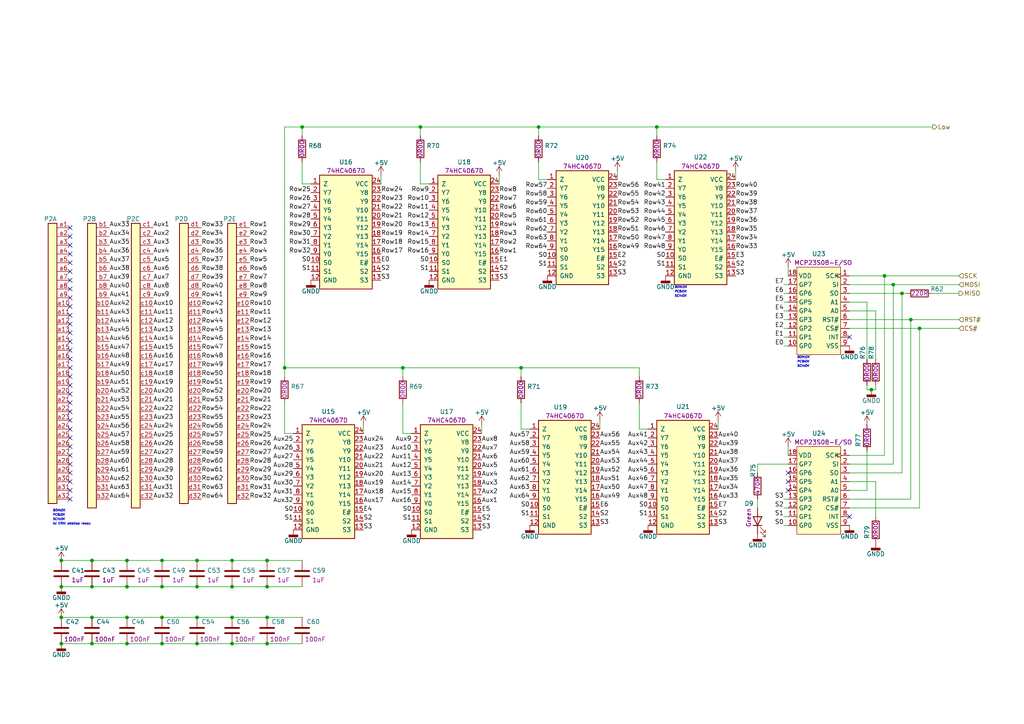
<source format=kicad_sch>
(kicad_sch (version 20211123) (generator eeschema)
  (paper "A4")
  (title_block (date "2022-03-07") (rev "V00") (company "Konvolúció Bt") (comment 1 "email: marrob50hz@gmail.com") (comment 2 "Tel: +36702776723") (comment 3 "https://github.com/marrob") (comment 4 "Support: "))
  (junction (at 46.99 186.69))
  (junction (at 190.5 36.83))
  (junction (at 26.67 186.69))
  (junction (at 156.21 36.83))
  (junction (at 67.31 186.69))
  (junction (at 46.99 170.18))
  (junction (at 67.31 170.18))
  (junction (at 252.73 113.03))
  (junction (at 77.47 179.07))
  (junction (at 67.31 179.07))
  (junction (at 36.83 170.18))
  (junction (at 266.7 95.25))
  (junction (at 26.67 170.18))
  (junction (at 17.78 186.69))
  (junction (at 256.54 80.01))
  (junction (at 26.67 162.56))
  (junction (at 46.99 179.07))
  (junction (at 77.47 170.18))
  (junction (at 36.83 186.69))
  (junction (at 26.67 179.07))
  (junction (at 116.84 106.68))
  (junction (at 77.47 162.56))
  (junction (at 151.13 106.68))
  (junction (at 87.63 36.83))
  (junction (at 82.55 106.68))
  (junction (at 36.83 162.56))
  (junction (at 121.92 36.83))
  (junction (at 57.15 162.56))
  (junction (at 57.15 186.69))
  (junction (at 261.62 85.09))
  (junction (at 17.78 170.18))
  (junction (at 77.47 186.69))
  (junction (at 259.08 82.55))
  (junction (at 46.99 162.56))
  (junction (at 57.15 179.07))
  (junction (at 67.31 162.56))
  (junction (at 36.83 179.07))
  (junction (at 17.78 179.07))
  (junction (at 17.78 162.56))
  (junction (at 57.15 170.18))
  (junction (at 264.16 92.71))
  (no_connect (at 20.32 116.84))
  (no_connect (at 20.32 119.38))
  (no_connect (at 20.32 121.92))
  (no_connect (at 20.32 124.46))
  (no_connect (at 20.32 139.7))
  (no_connect (at 20.32 144.78))
  (no_connect (at 20.32 142.24))
  (no_connect (at 20.32 137.16))
  (no_connect (at 20.32 127))
  (no_connect (at 20.32 129.54))
  (no_connect (at 20.32 132.08))
  (no_connect (at 20.32 134.62))
  (no_connect (at 20.32 66.04))
  (no_connect (at 20.32 68.58))
  (no_connect (at 20.32 71.12))
  (no_connect (at 20.32 73.66))
  (no_connect (at 20.32 76.2))
  (no_connect (at 20.32 78.74))
  (no_connect (at 20.32 81.28))
  (no_connect (at 20.32 83.82))
  (no_connect (at 20.32 86.36))
  (no_connect (at 20.32 88.9))
  (no_connect (at 20.32 91.44))
  (no_connect (at 20.32 93.98))
  (no_connect (at 20.32 96.52))
  (no_connect (at 20.32 99.06))
  (no_connect (at 20.32 101.6))
  (no_connect (at 20.32 104.14))
  (no_connect (at 20.32 106.68))
  (no_connect (at 20.32 109.22))
  (no_connect (at 20.32 111.76))
  (no_connect (at 20.32 114.3))
  (no_connect (at 246.38 97.79))
  (no_connect (at 246.38 149.86))
  (no_connect (at 228.6 139.7))
  (no_connect (at 228.6 142.24))
  (no_connect (at 228.6 137.16))
  (wire (pts (xy 151.13 124.46) (xy 151.13 116.84)))
  (wire (pts (xy 139.7 123.19) (xy 139.7 125.73)))
  (wire (pts (xy 46.99 186.69) (xy 57.15 186.69)))
  (wire (pts (xy 156.21 36.83) (xy 156.21 39.37)))
  (wire (pts (xy 26.67 170.18) (xy 36.83 170.18)))
  (wire (pts (xy 57.15 170.18) (xy 67.31 170.18)))
  (wire (pts (xy 124.46 53.34) (xy 121.92 53.34)))
  (wire (pts (xy 246.38 87.63) (xy 251.46 87.63)))
  (wire (pts (xy 87.63 36.83) (xy 121.92 36.83)))
  (wire (pts (xy 227.33 90.17) (xy 228.6 90.17)))
  (wire (pts (xy 228.6 129.54) (xy 228.6 132.08)))
  (wire (pts (xy 227.33 82.55) (xy 228.6 82.55)))
  (wire (pts (xy 254 113.03) (xy 254 111.76)))
  (wire (pts (xy 227.33 85.09) (xy 228.6 85.09)))
  (wire (pts (xy 158.75 52.07) (xy 156.21 52.07)))
  (wire (pts (xy 213.36 49.53) (xy 213.36 52.07)))
  (wire (pts (xy 227.33 149.86) (xy 228.6 149.86)))
  (wire (pts (xy 266.7 95.25) (xy 266.7 147.32)))
  (wire (pts (xy 190.5 46.99) (xy 190.5 52.07)))
  (wire (pts (xy 153.67 124.46) (xy 151.13 124.46)))
  (wire (pts (xy 17.78 179.07) (xy 26.67 179.07)))
  (wire (pts (xy 261.62 85.09) (xy 262.89 85.09)))
  (wire (pts (xy 246.38 82.55) (xy 259.08 82.55)))
  (wire (pts (xy 261.62 137.16) (xy 261.62 85.09)))
  (wire (pts (xy 26.67 186.69) (xy 36.83 186.69)))
  (wire (pts (xy 185.42 106.68) (xy 185.42 109.22)))
  (wire (pts (xy 251.46 87.63) (xy 251.46 104.14)))
  (wire (pts (xy 256.54 80.01) (xy 278.13 80.01)))
  (wire (pts (xy 121.92 36.83) (xy 156.21 36.83)))
  (wire (pts (xy 227.33 92.71) (xy 228.6 92.71)))
  (wire (pts (xy 259.08 82.55) (xy 259.08 134.62)))
  (wire (pts (xy 26.67 179.07) (xy 36.83 179.07)))
  (wire (pts (xy 254 139.7) (xy 254 149.86)))
  (wire (pts (xy 87.63 53.34) (xy 90.17 53.34)))
  (wire (pts (xy 246.38 132.08) (xy 256.54 132.08)))
  (wire (pts (xy 87.63 46.99) (xy 87.63 53.34)))
  (wire (pts (xy 246.38 142.24) (xy 251.46 142.24)))
  (wire (pts (xy 251.46 130.81) (xy 251.46 142.24)))
  (wire (pts (xy 256.54 132.08) (xy 256.54 80.01)))
  (wire (pts (xy 246.38 147.32) (xy 266.7 147.32)))
  (wire (pts (xy 246.38 92.71) (xy 264.16 92.71)))
  (wire (pts (xy 17.78 162.56) (xy 26.67 162.56)))
  (wire (pts (xy 82.55 125.73) (xy 85.09 125.73)))
  (wire (pts (xy 227.33 147.32) (xy 228.6 147.32)))
  (wire (pts (xy 252.73 113.03) (xy 251.46 113.03)))
  (wire (pts (xy 17.78 170.18) (xy 26.67 170.18)))
  (wire (pts (xy 228.6 134.62) (xy 219.71 134.62)))
  (wire (pts (xy 270.51 85.09) (xy 278.13 85.09)))
  (wire (pts (xy 185.42 116.84) (xy 185.42 124.46)))
  (wire (pts (xy 246.38 85.09) (xy 261.62 85.09)))
  (wire (pts (xy 190.5 36.83) (xy 190.5 39.37)))
  (wire (pts (xy 227.33 87.63) (xy 228.6 87.63)))
  (wire (pts (xy 36.83 170.18) (xy 46.99 170.18)))
  (wire (pts (xy 246.38 137.16) (xy 261.62 137.16)))
  (wire (pts (xy 119.38 125.73) (xy 116.84 125.73)))
  (wire (pts (xy 105.41 123.19) (xy 105.41 125.73)))
  (wire (pts (xy 46.99 170.18) (xy 57.15 170.18)))
  (wire (pts (xy 57.15 186.69) (xy 67.31 186.69)))
  (wire (pts (xy 227.33 95.25) (xy 228.6 95.25)))
  (wire (pts (xy 82.55 36.83) (xy 87.63 36.83)))
  (wire (pts (xy 264.16 92.71) (xy 264.16 144.78)))
  (wire (pts (xy 77.47 162.56) (xy 87.63 162.56)))
  (wire (pts (xy 264.16 92.71) (xy 278.13 92.71)))
  (wire (pts (xy 67.31 170.18) (xy 77.47 170.18)))
  (wire (pts (xy 77.47 170.18) (xy 87.63 170.18)))
  (wire (pts (xy 67.31 186.69) (xy 77.47 186.69)))
  (wire (pts (xy 82.55 109.22) (xy 82.55 106.68)))
  (wire (pts (xy 190.5 36.83) (xy 270.51 36.83)))
  (wire (pts (xy 259.08 82.55) (xy 278.13 82.55)))
  (wire (pts (xy 246.38 90.17) (xy 254 90.17)))
  (wire (pts (xy 173.99 121.92) (xy 173.99 124.46)))
  (wire (pts (xy 227.33 152.4) (xy 228.6 152.4)))
  (wire (pts (xy 82.55 106.68) (xy 82.55 36.83)))
  (wire (pts (xy 116.84 106.68) (xy 151.13 106.68)))
  (wire (pts (xy 246.38 95.25) (xy 266.7 95.25)))
  (wire (pts (xy 116.84 116.84) (xy 116.84 125.73)))
  (wire (pts (xy 227.33 97.79) (xy 228.6 97.79)))
  (wire (pts (xy 264.16 144.78) (xy 246.38 144.78)))
  (wire (pts (xy 179.07 49.53) (xy 179.07 52.07)))
  (wire (pts (xy 246.38 80.01) (xy 256.54 80.01)))
  (wire (pts (xy 17.78 186.69) (xy 26.67 186.69)))
  (wire (pts (xy 121.92 36.83) (xy 121.92 39.37)))
  (wire (pts (xy 36.83 186.69) (xy 46.99 186.69)))
  (wire (pts (xy 190.5 52.07) (xy 193.04 52.07)))
  (wire (pts (xy 110.49 50.8) (xy 110.49 53.34)))
  (wire (pts (xy 219.71 144.78) (xy 219.71 147.32)))
  (wire (pts (xy 151.13 106.68) (xy 185.42 106.68)))
  (wire (pts (xy 46.99 162.56) (xy 57.15 162.56)))
  (wire (pts (xy 116.84 106.68) (xy 116.84 109.22)))
  (wire (pts (xy 82.55 116.84) (xy 82.55 125.73)))
  (wire (pts (xy 36.83 162.56) (xy 46.99 162.56)))
  (wire (pts (xy 36.83 179.07) (xy 46.99 179.07)))
  (wire (pts (xy 77.47 179.07) (xy 87.63 179.07)))
  (wire (pts (xy 144.78 50.8) (xy 144.78 53.34)))
  (wire (pts (xy 82.55 106.68) (xy 116.84 106.68)))
  (wire (pts (xy 57.15 162.56) (xy 67.31 162.56)))
  (wire (pts (xy 266.7 95.25) (xy 278.13 95.25)))
  (wire (pts (xy 151.13 106.68) (xy 151.13 109.22)))
  (wire (pts (xy 87.63 39.37) (xy 87.63 36.83)))
  (wire (pts (xy 227.33 100.33) (xy 228.6 100.33)))
  (wire (pts (xy 67.31 162.56) (xy 77.47 162.56)))
  (wire (pts (xy 259.08 134.62) (xy 246.38 134.62)))
  (wire (pts (xy 227.33 144.78) (xy 228.6 144.78)))
  (wire (pts (xy 185.42 124.46) (xy 187.96 124.46)))
  (wire (pts (xy 67.31 179.07) (xy 77.47 179.07)))
  (wire (pts (xy 46.99 179.07) (xy 57.15 179.07)))
  (wire (pts (xy 251.46 113.03) (xy 251.46 111.76)))
  (wire (pts (xy 77.47 186.69) (xy 87.63 186.69)))
  (wire (pts (xy 121.92 46.99) (xy 121.92 53.34)))
  (wire (pts (xy 246.38 139.7) (xy 254 139.7)))
  (wire (pts (xy 219.71 134.62) (xy 219.71 137.16)))
  (wire (pts (xy 26.67 162.56) (xy 36.83 162.56)))
  (wire (pts (xy 254 113.03) (xy 252.73 113.03)))
  (wire (pts (xy 208.28 121.92) (xy 208.28 124.46)))
  (wire (pts (xy 228.6 77.47) (xy 228.6 80.01)))
  (wire (pts (xy 57.15 179.07) (xy 67.31 179.07)))
  (wire (pts (xy 254 90.17) (xy 254 104.14)))
  (wire (pts (xy 156.21 36.83) (xy 190.5 36.83)))
  (wire (pts (xy 156.21 52.07) (xy 156.21 46.99)))
  (text "BOM:OK" (at 231.14 104.14 0) (effects (font (size 0.635 0.635) italic) (justify left bottom)))
  (text "SCH:OK" (at 195.58 86.36 0) (effects (font (size 0.635 0.635) italic) (justify left bottom)))
  (text "BOM:OK" (at 195.58 83.82 0) (effects (font (size 0.635 0.635) italic) (justify left bottom)))
  (text "SCH:OK" (at 15.24 151.13 0) (effects (font (size 0.635 0.635) italic) (justify left bottom)))
  (text "PCB:OK" (at 15.24 149.86 0) (effects (font (size 0.635 0.635) italic) (justify left bottom)))
  (text "SCH:OK" (at 231.14 106.68 0) (effects (font (size 0.635 0.635) italic) (justify left bottom)))
  (text "PCB:OK" (at 195.58 85.09 0) (effects (font (size 0.635 0.635) italic) (justify left bottom)))
  (text "Az ERNI adatlap rossz." (at 15.24 152.4 0) (effects (font (size 0.635 0.635) italic) (justify left bottom)))
  (text "BOM:OK" (at 15.24 148.59 0) (effects (font (size 0.635 0.635) italic) (justify left bottom)))
  (text "PCB:OK" (at 231.14 105.41 0) (effects (font (size 0.635 0.635) italic) (justify left bottom)))
  (label "Aux61" (at 153.67 137.16 180))
  (label "Row41" (at 58.42 86.36 0))
  (label "Aux40" (at 208.28 127 0))
  (label "Row47" (at 58.42 101.6 0))
  (label "S0" (at 119.38 148.59 180))
  (label "Aux5" (at 44.45 76.2 0))
  (label "Aux23" (at 44.45 121.92 0))
  (label "Row30" (at 72.39 139.7 0))
  (label "Row50" (at 58.42 109.22 0))
  (label "S0" (at 158.75 74.93 180))
  (label "Row30" (at 90.17 68.58 180))
  (label "Aux10" (at 119.38 130.81 180))
  (label "Aux26" (at 85.09 130.81 180))
  (label "S0" (at 227.33 152.4 180))
  (label "Row24" (at 72.39 124.46 0))
  (label "Aux34" (at 31.75 68.58 0))
  (label "Row53" (at 58.42 116.84 0))
  (label "Row35" (at 58.42 71.12 0))
  (label "Row1" (at 72.39 66.04 0))
  (label "Aux6" (at 44.45 78.74 0))
  (label "Row39" (at 213.36 57.15 0))
  (label "S0" (at 193.04 74.93 180))
  (label "E4" (at 227.33 90.17 180))
  (label "S1" (at 85.09 151.13 180))
  (label "Row33" (at 213.36 72.39 0))
  (label "Row42" (at 193.04 57.15 180))
  (label "Aux25" (at 44.45 127 0))
  (label "Row38" (at 213.36 59.69 0))
  (label "S2" (at 213.36 77.47 0))
  (label "Aux34" (at 208.28 142.24 0))
  (label "Row43" (at 193.04 59.69 180))
  (label "Row11" (at 124.46 60.96 180))
  (label "Row21" (at 110.49 63.5 0))
  (label "Row11" (at 72.39 91.44 0))
  (label "S2" (at 144.78 78.74 0))
  (label "Aux36" (at 208.28 137.16 0))
  (label "Aux41" (at 187.96 127 180))
  (label "Aux51" (at 173.99 139.7 0))
  (label "Row33" (at 58.42 66.04 0))
  (label "Aux58" (at 153.67 129.54 180))
  (label "Aux58" (at 31.75 129.54 0))
  (label "Row56" (at 58.42 124.46 0))
  (label "Row52" (at 179.07 64.77 0))
  (label "Aux42" (at 187.96 129.54 180))
  (label "Aux52" (at 31.75 114.3 0))
  (label "Aux12" (at 44.45 93.98 0))
  (label "Aux45" (at 187.96 137.16 180))
  (label "Aux59" (at 153.67 132.08 180))
  (label "S3" (at 139.7 153.67 0))
  (label "Row6" (at 72.39 78.74 0))
  (label "Row5" (at 144.78 63.5 0))
  (label "Aux19" (at 44.45 111.76 0))
  (label "Row60" (at 58.42 134.62 0))
  (label "Aux18" (at 105.41 143.51 0))
  (label "S0" (at 85.09 148.59 180))
  (label "Row17" (at 72.39 106.68 0))
  (label "Row12" (at 124.46 63.5 180))
  (label "Row10" (at 124.46 58.42 180))
  (label "Aux63" (at 31.75 142.24 0))
  (label "Row7" (at 72.39 81.28 0))
  (label "Row31" (at 72.39 142.24 0))
  (label "E7" (at 208.28 147.32 0))
  (label "Row22" (at 72.39 119.38 0))
  (label "Aux14" (at 119.38 140.97 180))
  (label "Aux47" (at 187.96 142.24 180))
  (label "Row44" (at 58.42 93.98 0))
  (label "Aux55" (at 173.99 129.54 0))
  (label "Row6" (at 144.78 60.96 0))
  (label "Row39" (at 58.42 81.28 0))
  (label "Aux37" (at 208.28 134.62 0))
  (label "Aux62" (at 31.75 139.7 0))
  (label "Aux54" (at 173.99 132.08 0))
  (label "Aux38" (at 208.28 132.08 0))
  (label "Row64" (at 58.42 144.78 0))
  (label "Aux1" (at 139.7 146.05 0))
  (label "Row36" (at 213.36 64.77 0))
  (label "Aux15" (at 44.45 101.6 0))
  (label "Aux4" (at 139.7 138.43 0))
  (label "Aux56" (at 173.99 127 0))
  (label "Row4" (at 144.78 66.04 0))
  (label "Aux50" (at 31.75 109.22 0))
  (label "Row34" (at 213.36 69.85 0))
  (label "Aux29" (at 44.45 137.16 0))
  (label "E3" (at 213.36 74.93 0))
  (label "Aux46" (at 187.96 139.7 180))
  (label "E1" (at 227.33 97.79 180))
  (label "Row44" (at 193.04 62.23 180))
  (label "Row40" (at 58.42 83.82 0))
  (label "S2" (at 139.7 151.13 0))
  (label "Row59" (at 58.42 132.08 0))
  (label "Aux41" (at 31.75 86.36 0))
  (label "Aux1" (at 44.45 66.04 0))
  (label "Aux39" (at 31.75 81.28 0))
  (label "S1" (at 193.04 77.47 180))
  (label "Aux27" (at 44.45 132.08 0))
  (label "Row20" (at 72.39 114.3 0))
  (label "Aux7" (at 44.45 81.28 0))
  (label "Aux44" (at 187.96 134.62 180))
  (label "Aux28" (at 85.09 135.89 180))
  (label "Aux23" (at 105.41 130.81 0))
  (label "Aux33" (at 31.75 66.04 0))
  (label "Aux31" (at 85.09 143.51 180))
  (label "Row29" (at 90.17 66.04 180))
  (label "Row26" (at 90.17 58.42 180))
  (label "Aux57" (at 153.67 127 180))
  (label "Aux55" (at 31.75 121.92 0))
  (label "S3" (at 105.41 153.67 0))
  (label "Row27" (at 72.39 132.08 0))
  (label "S2" (at 110.49 78.74 0))
  (label "Aux37" (at 31.75 76.2 0))
  (label "Row19" (at 72.39 111.76 0))
  (label "Row31" (at 90.17 71.12 180))
  (label "Aux15" (at 119.38 143.51 180))
  (label "S1" (at 227.33 149.86 180))
  (label "Row63" (at 158.75 69.85 180))
  (label "Aux54" (at 31.75 119.38 0))
  (label "Row60" (at 158.75 62.23 180))
  (label "Row46" (at 193.04 67.31 180))
  (label "Row21" (at 72.39 116.84 0))
  (label "E3" (at 227.33 92.71 180))
  (label "Aux4" (at 44.45 73.66 0))
  (label "Row16" (at 72.39 104.14 0))
  (label "Aux17" (at 105.41 146.05 0))
  (label "Aux51" (at 31.75 111.76 0))
  (label "Row54" (at 179.07 59.69 0))
  (label "Aux42" (at 31.75 88.9 0))
  (label "Row7" (at 144.78 58.42 0))
  (label "S1" (at 124.46 78.74 180))
  (label "Row16" (at 124.46 73.66 180))
  (label "Aux60" (at 31.75 134.62 0))
  (label "Aux24" (at 105.41 128.27 0))
  (label "S3" (at 144.78 81.28 0))
  (label "Aux2" (at 44.45 68.58 0))
  (label "S1" (at 119.38 151.13 180))
  (label "Row29" (at 72.39 137.16 0))
  (label "Aux64" (at 31.75 144.78 0))
  (label "E2" (at 227.33 95.25 180))
  (label "Aux47" (at 31.75 101.6 0))
  (label "Row14" (at 124.46 68.58 180))
  (label "Row35" (at 213.36 67.31 0))
  (label "Aux64" (at 153.67 144.78 180))
  (label "Row45" (at 193.04 64.77 180))
  (label "Aux6" (at 139.7 133.35 0))
  (label "Aux43" (at 31.75 91.44 0))
  (label "S0" (at 187.96 147.32 180))
  (label "Row40" (at 213.36 54.61 0))
  (label "Aux16" (at 44.45 104.14 0))
  (label "Aux40" (at 31.75 83.82 0))
  (label "Row2" (at 72.39 68.58 0))
  (label "Aux24" (at 44.45 124.46 0))
  (label "Row49" (at 58.42 106.68 0))
  (label "Aux52" (at 173.99 137.16 0))
  (label "Row52" (at 58.42 114.3 0))
  (label "S1" (at 158.75 77.47 180))
  (label "Aux35" (at 208.28 139.7 0))
  (label "Aux32" (at 44.45 144.78 0))
  (label "Row57" (at 58.42 127 0))
  (label "Aux26" (at 44.45 129.54 0))
  (label "Row28" (at 72.39 134.62 0))
  (label "Aux50" (at 173.99 142.24 0))
  (label "Aux63" (at 153.67 142.24 180))
  (label "Row61" (at 58.42 137.16 0))
  (label "Aux48" (at 187.96 144.78 180))
  (label "Aux13" (at 44.45 96.52 0))
  (label "Row43" (at 58.42 91.44 0))
  (label "Row61" (at 158.75 64.77 180))
  (label "Row50" (at 179.07 69.85 0))
  (label "Aux48" (at 31.75 104.14 0))
  (label "Row23" (at 110.49 58.42 0))
  (label "Row37" (at 213.36 62.23 0))
  (label "Row38" (at 58.42 78.74 0))
  (label "S0" (at 90.17 76.2 180))
  (label "Aux16" (at 119.38 146.05 180))
  (label "Aux33" (at 208.28 144.78 0))
  (label "Aux53" (at 173.99 134.62 0))
  (label "E5" (at 227.33 87.63 180))
  (label "Aux30" (at 85.09 140.97 180))
  (label "Row13" (at 124.46 66.04 180))
  (label "Row41" (at 193.04 54.61 180))
  (label "Aux21" (at 44.45 116.84 0))
  (label "Row15" (at 72.39 101.6 0))
  (label "Aux18" (at 44.45 109.22 0))
  (label "Aux22" (at 105.41 133.35 0))
  (label "Row45" (at 58.42 96.52 0))
  (label "Aux22" (at 44.45 119.38 0))
  (label "Aux39" (at 208.28 129.54 0))
  (label "Aux30" (at 44.45 139.7 0))
  (label "Row27" (at 90.17 60.96 180))
  (label "Aux20" (at 105.41 138.43 0))
  (label "E0" (at 110.49 76.2 0))
  (label "Aux62" (at 153.67 139.7 180))
  (label "Row13" (at 72.39 96.52 0))
  (label "Aux28" (at 44.45 134.62 0))
  (label "Row32" (at 90.17 73.66 180))
  (label "Aux9" (at 44.45 86.36 0))
  (label "E4" (at 105.41 148.59 0))
  (label "Row32" (at 72.39 144.78 0))
  (label "Row15" (at 124.46 71.12 180))
  (label "Aux10" (at 44.45 88.9 0))
  (label "Row20" (at 110.49 66.04 0))
  (label "Aux25" (at 85.09 128.27 180))
  (label "Row9" (at 72.39 86.36 0))
  (label "Aux57" (at 31.75 127 0))
  (label "Row12" (at 72.39 93.98 0))
  (label "Row51" (at 58.42 111.76 0))
  (label "Aux2" (at 139.7 143.51 0))
  (label "E0" (at 227.33 100.33 180))
  (label "Aux44" (at 31.75 93.98 0))
  (label "Aux38" (at 31.75 78.74 0))
  (label "Row59" (at 158.75 59.69 180))
  (label "Aux12" (at 119.38 135.89 180))
  (label "Aux9" (at 119.38 128.27 180))
  (label "Row18" (at 72.39 109.22 0))
  (label "Row22" (at 110.49 60.96 0))
  (label "Row34" (at 58.42 68.58 0))
  (label "Aux3" (at 44.45 71.12 0))
  (label "Row63" (at 58.42 142.24 0))
  (label "Row48" (at 193.04 72.39 180))
  (label "Row26" (at 72.39 129.54 0))
  (label "S2" (at 227.33 147.32 180))
  (label "Aux11" (at 44.45 91.44 0))
  (label "Row62" (at 58.42 139.7 0))
  (label "Aux31" (at 44.45 142.24 0))
  (label "Aux45" (at 31.75 96.52 0))
  (label "Row5" (at 72.39 76.2 0))
  (label "Row58" (at 158.75 57.15 180))
  (label "Aux11" (at 119.38 133.35 180))
  (label "Row42" (at 58.42 88.9 0))
  (label "Aux60" (at 153.67 134.62 180))
  (label "S2" (at 208.28 149.86 0))
  (label "Row62" (at 158.75 67.31 180))
  (label "Row24" (at 110.49 55.88 0))
  (label "Aux61" (at 31.75 137.16 0))
  (label "Row36" (at 58.42 73.66 0))
  (label "E2" (at 179.07 74.93 0))
  (label "Row8" (at 72.39 83.82 0))
  (label "Aux21" (at 105.41 135.89 0))
  (label "Row10" (at 72.39 88.9 0))
  (label "Aux56" (at 31.75 124.46 0))
  (label "Row64" (at 158.75 72.39 180))
  (label "Row51" (at 179.07 67.31 0))
  (label "Row56" (at 179.07 54.61 0))
  (label "S1" (at 90.17 78.74 180))
  (label "S2" (at 179.07 77.47 0))
  (label "Aux46" (at 31.75 99.06 0))
  (label "S1" (at 187.96 149.86 180))
  (label "S3" (at 227.33 144.78 180))
  (label "Row58" (at 58.42 129.54 0))
  (label "S3" (at 179.07 80.01 0))
  (label "Row25" (at 72.39 127 0))
  (label "Aux35" (at 31.75 71.12 0))
  (label "S1" (at 153.67 149.86 180))
  (label "S0" (at 153.67 147.32 180))
  (label "S3" (at 110.49 81.28 0))
  (label "Row37" (at 58.42 76.2 0))
  (label "Row25" (at 90.17 55.88 180))
  (label "E1" (at 144.78 76.2 0))
  (label "Row3" (at 72.39 71.12 0))
  (label "Aux8" (at 139.7 128.27 0))
  (label "Row28" (at 90.17 63.5 180))
  (label "Row4" (at 72.39 73.66 0))
  (label "Aux43" (at 187.96 132.08 180))
  (label "Row19" (at 110.49 68.58 0))
  (label "Row54" (at 58.42 119.38 0))
  (label "Row1" (at 144.78 73.66 0))
  (label "E6" (at 227.33 85.09 180))
  (label "Row14" (at 72.39 99.06 0))
  (label "Row46" (at 58.42 99.06 0))
  (label "S3" (at 208.28 152.4 0))
  (label "Aux13" (at 119.38 138.43 180))
  (label "Row57" (at 158.75 54.61 180))
  (label "E6" (at 173.99 147.32 0))
  (label "Row2" (at 144.78 71.12 0))
  (label "Row47" (at 193.04 69.85 180))
  (label "Aux29" (at 85.09 138.43 180))
  (label "Aux5" (at 139.7 135.89 0))
  (label "Row53" (at 179.07 62.23 0))
  (label "S3" (at 213.36 80.01 0))
  (label "Aux8" (at 44.45 83.82 0))
  (label "Aux17" (at 44.45 106.68 0))
  (label "S2" (at 173.99 149.86 0))
  (label "S2" (at 105.41 151.13 0))
  (label "Row55" (at 179.07 57.15 0))
  (label "S3" (at 173.99 152.4 0))
  (label "Aux53" (at 31.75 116.84 0))
  (label "E5" (at 139.7 148.59 0))
  (label "Row49" (at 179.07 72.39 0))
  (label "Row23" (at 72.39 121.92 0))
  (label "Row8" (at 144.78 55.88 0))
  (label "Aux36" (at 31.75 73.66 0))
  (label "S0" (at 124.46 76.2 180))
  (label "Row3" (at 144.78 68.58 0))
  (label "Aux14" (at 44.45 99.06 0))
  (label "Aux7" (at 139.7 130.81 0))
  (label "Row18" (at 110.49 71.12 0))
  (label "Aux59" (at 31.75 132.08 0))
  (label "Aux3" (at 139.7 140.97 0))
  (label "Aux19" (at 105.41 140.97 0))
  (label "Aux20" (at 44.45 114.3 0))
  (label "Row9" (at 124.46 55.88 180))
  (label "Aux32" (at 85.09 146.05 180))
  (label "Aux49" (at 173.99 144.78 0))
  (label "Aux49" (at 31.75 106.68 0))
  (label "Aux27" (at 85.09 133.35 180))
  (label "Row17" (at 110.49 73.66 0))
  (label "Row48" (at 58.42 104.14 0))
  (label "E7" (at 227.33 82.55 180))
  (label "Row55" (at 58.42 121.92 0))
  (hierarchical_label "RST#" (shape input) (at 278.13 92.71 0))
  (hierarchical_label "SCK" (shape input) (at 278.13 80.01 0))
  (hierarchical_label "MOSI" (shape input) (at 278.13 82.55 0))
  (hierarchical_label "Low" (shape output) (at 270.51 36.83 0))
  (hierarchical_label "MISO" (shape output) (at 278.13 85.09 0))
  (hierarchical_label "CS#" (shape input) (at 278.13 95.25 0))
  (symbol (lib_id "Interfaces:MCP23S08-E{slash}SO") (at 238.76 90.17 0) (mirror y) (unit 1)
    (property "Reference" "U23" (at 237.49 73.6305 0))
    (property "Value" "MCP23S08-E/SO" (effects hide))
    (property "Footprint" "Semiconductor:SOIC-18W" (effects hide))
    (property "Datasheet" "${KNV_DATASHEET}\\MCP23S08.pdf" (effects hide))
    (property "Manufacturer" "Microchip" (effects hide))
    (property "ManufacturerPartNo" "MCP23S08-E/SO" (effects hide))
    (property "Supplier" "CHP-MCP23S08-E/SO;TME-MCP23S08-E/SO;FAR-1332092;" (effects hide))
    (property "Comment" "MCP23S08-E/SO" (at 238.76 76.2 0))
  )
  (symbol (lib_id "CustomPowers:+5V") (at 208.28 121.92 0) (unit 1)
    (property "Reference" "#PWR0147" (effects hide))
    (property "Value" "+5V" (at 208.28 118.364 0))
  )
  (symbol (lib_id "CustomPowers:+5V") (at 213.36 49.53 0) (unit 1)
    (property "Reference" "#PWR0148" (effects hide))
    (property "Value" "+5V" (at 213.36 45.974 0))
  )
  (symbol (lib_id "CustomPowers:+5V") (at 105.41 123.19 0) (unit 1)
    (property "Reference" "#PWR0135" (effects hide))
    (property "Value" "+5V" (at 105.41 119.634 0))
  )
  (symbol (lib_id "CustomPowers:+5V") (at 139.7 123.19 0) (unit 1)
    (property "Reference" "#PWR0139" (effects hide))
    (property "Value" "+5V" (at 139.7 119.634 0))
  )
  (symbol (lib_id "CustomPowers:GNDD") (at 85.09 153.67 0) (unit 1)
    (property "Reference" "#PWR0133" (effects hide))
    (property "Value" "GNDD" (at 85.09 156.845 0))
  )
  (symbol (lib_id "Passive:Capacitator 0805 1uF 16V 10% X7R") (at 57.15 166.37 0) (unit 1)
    (property "Reference" "C53" (at 60.071 165.4615 0) (effects (justify left)))
    (property "Value" "Capacitator 0805 1uF 16V 10% X7R" (effects hide))
    (property "Footprint" "Passive:C0805" (effects hide))
    (property "Comment" "1uF" (at 60.071 168.2366 0) (effects (justify left)))
    (property "Manufacturer" "YAGEO; SAMSUNG;" (effects hide))
    (property "ManufacturerPartNo" "CC0805KKX7R7BB105;CL21B105KBFNNNG;" (effects hide))
    (property "Supplier" "LOM-82-05-11;FAR-2370711;TME-CC0805KKX7R7BB105;" (effects hide))
  )
  (symbol (lib_id "CustomPowers:GNDD") (at 153.67 152.4 0) (unit 1)
    (property "Reference" "#PWR0141" (effects hide))
    (property "Value" "GNDD" (at 153.67 155.575 0))
  )
  (symbol (lib_id "Passive:Resistor 0805 0R00") (at 82.55 113.03 0) (unit 1)
    (property "Reference" "R67" (at 84.328 112.1215 0) (effects (justify left)))
    (property "Value" "Resistor 0805 0R00" (effects hide))
    (property "Footprint" "Passive:R0805" (effects hide))
    (property "Comment" "0R00" (at 82.55 115.57 90) (effects (justify left)))
    (property "Manufacturer" "VIKING" (effects hide))
    (property "ManufacturerPartNo" "CR-05JL7----0R 0.125W" (effects hide))
    (property "Supplier" "LOM-81-10-02;" (effects hide))
  )
  (symbol (lib_id "Passive:Capacitator 0805 1uF 16V 10% X7R") (at 77.47 166.37 0) (unit 1)
    (property "Reference" "C57" (at 80.391 165.4615 0) (effects (justify left)))
    (property "Value" "Capacitator 0805 1uF 16V 10% X7R" (effects hide))
    (property "Footprint" "Passive:C0805" (effects hide))
    (property "Comment" "1uF" (at 80.391 168.2366 0) (effects (justify left)))
    (property "Manufacturer" "YAGEO; SAMSUNG;" (effects hide))
    (property "ManufacturerPartNo" "CC0805KKX7R7BB105;CL21B105KBFNNNG;" (effects hide))
    (property "Supplier" "LOM-82-05-11;FAR-2370711;TME-CC0805KKX7R7BB105;" (effects hide))
  )
  (symbol (lib_id "Passive:Capacitator 0805 100nF 50V 10% X7R") (at 77.47 182.88 0) (unit 1)
    (property "Reference" "C58" (at 78.74 180.34 0) (effects (justify left)))
    (property "Value" "Capacitator 0805 100nF 50V 10% X7R" (effects hide))
    (property "Footprint" "Passive:C0805" (effects hide))
    (property "Comment" "100nF" (at 81.28 185.42 0))
    (property "Manufacturer" "YAGEO" (effects hide))
    (property "ManufacturerPartNo" "CC0805KRX7R9BB104" (effects hide))
    (property "Supplier" "FAR-3019949;LOM-82-01-25" (effects hide))
  )
  (symbol (lib_id "CustomPowers:+5V") (at 228.6 77.47 0) (unit 1)
    (property "Reference" "#PWR0150" (effects hide))
    (property "Value" "+5V" (at 228.6 73.914 0))
  )
  (symbol (lib_id "CustomPowers:GNDD") (at 252.73 113.03 0) (unit 1)
    (property "Reference" "#PWR0155" (effects hide))
    (property "Value" "GNDD" (at 252.73 116.205 0))
  )
  (symbol (lib_id "CustomPowers:GNDD") (at 124.46 81.28 0) (unit 1)
    (property "Reference" "#PWR0138" (effects hide))
    (property "Value" "GNDD" (at 124.46 84.455 0))
  )
  (symbol (lib_id "Passive:Capacitator 0805 1uF 16V 10% X7R") (at 67.31 166.37 0) (unit 1)
    (property "Reference" "C55" (at 70.231 165.4615 0) (effects (justify left)))
    (property "Value" "Capacitator 0805 1uF 16V 10% X7R" (effects hide))
    (property "Footprint" "Passive:C0805" (effects hide))
    (property "Comment" "1uF" (at 70.231 168.2366 0) (effects (justify left)))
    (property "Manufacturer" "YAGEO; SAMSUNG;" (effects hide))
    (property "ManufacturerPartNo" "CC0805KKX7R7BB105;CL21B105KBFNNNG;" (effects hide))
    (property "Supplier" "LOM-82-05-11;FAR-2370711;TME-CC0805KKX7R7BB105;" (effects hide))
  )
  (symbol (lib_id "CustomPowers:GNDD") (at 254 157.48 0) (unit 1)
    (property "Reference" "#PWR0156" (effects hide))
    (property "Value" "GNDD" (at 254 160.655 0))
  )
  (symbol (lib_id "CustomPowers:GNDD") (at 158.75 80.01 0) (unit 1)
    (property "Reference" "#PWR0142" (effects hide))
    (property "Value" "GNDD" (at 158.75 83.185 0))
  )
  (symbol (lib_id "Logic:74HC4067D") (at 168.91 64.77 0) (unit 1)
    (property "Reference" "U20" (at 168.91 45.72 0))
    (property "Value" "74HC4067D" (effects hide))
    (property "Footprint" "Semiconductor:SOIC-24" (effects hide))
    (property "Datasheet" "${KNV_DATASHEET}\\74HC4067.pdf" (effects hide))
    (property "Comment" "74HC4067D" (at 168.91 48.26 0))
    (property "Manufacturer" "Nexperia;" (effects hide))
    (property "ManufacturerPartNo" "74HC4067D" (effects hide))
    (property "Supplier" "RSC-483-6566;FAR-2777739;TME-74HC4067D" (effects hide))
  )
  (symbol (lib_id "Logic:74HC4067D") (at 198.12 137.16 0) (unit 1)
    (property "Reference" "U21" (at 198.12 117.9535 0))
    (property "Value" "74HC4067D" (effects hide))
    (property "Footprint" "Semiconductor:SOIC-24" (effects hide))
    (property "Datasheet" "${KNV_DATASHEET}\\74HC4067.pdf" (effects hide))
    (property "Comment" "74HC4067D" (at 198.12 120.65 0))
    (property "Manufacturer" "Nexperia;" (effects hide))
    (property "ManufacturerPartNo" "74HC4067D" (effects hide))
    (property "Supplier" "RSC-483-6566;FAR-2777739;TME-74HC4067D" (effects hide))
  )
  (symbol (lib_id "CustomPowers:+5V") (at 144.78 50.8 0) (unit 1)
    (property "Reference" "#PWR0140" (effects hide))
    (property "Value" "+5V" (at 144.78 47.244 0))
  )
  (symbol (lib_id "Logic:74HC4067D") (at 100.33 66.04 0) (unit 1)
    (property "Reference" "U16" (at 100.33 46.99 0))
    (property "Value" "74HC4067D" (effects hide))
    (property "Footprint" "Semiconductor:SOIC-24" (effects hide))
    (property "Datasheet" "${KNV_DATASHEET}\\74HC4067.pdf" (effects hide))
    (property "Comment" "74HC4067D" (at 100.33 49.53 0))
    (property "Manufacturer" "Nexperia;" (effects hide))
    (property "ManufacturerPartNo" "74HC4067D" (effects hide))
    (property "Supplier" "RSC-483-6566;FAR-2777739;TME-74HC4067D" (effects hide))
  )
  (symbol (lib_id "Logic:74HC4067D") (at 203.2 64.77 0) (unit 1)
    (property "Reference" "U22" (at 203.2 45.5635 0))
    (property "Value" "74HC4067D" (effects hide))
    (property "Footprint" "Semiconductor:SOIC-24" (effects hide))
    (property "Datasheet" "${KNV_DATASHEET}\\74HC4067.pdf" (effects hide))
    (property "Comment" "74HC4067D" (at 203.2 48.26 0))
    (property "Manufacturer" "Nexperia;" (effects hide))
    (property "ManufacturerPartNo" "74HC4067D" (effects hide))
    (property "Supplier" "RSC-483-6566;FAR-2777739;TME-74HC4067D" (effects hide))
  )
  (symbol (lib_id "LED:0805 Green") (at 219.71 151.13 90) (unit 1)
    (property "Reference" "D9" (at 215.9 146.05 90) (effects (justify right)))
    (property "Value" "0805 Green" (effects hide))
    (property "Footprint" "Passive:LED0805 GRE" (effects hide))
    (property "Comment" "Green" (at 217.17 147.32 0) (effects (justify right)))
    (property "Manufacturer" "KINGBRIGHT;Hongli Tronic;" (effects hide))
    (property "ManufacturerPartNo" "KP-2010SGC" (effects hide))
    (property "Supplier" "TME-KP-2012SGC;FAR-2099239;LOM-95-01-09;LOM-95-04-06;" (effects hide))
  )
  (symbol (lib_id "Passive:Capacitator 0805 100nF 50V 10% X7R") (at 57.15 182.88 0) (unit 1)
    (property "Reference" "C54" (at 58.42 180.34 0) (effects (justify left)))
    (property "Value" "Capacitator 0805 100nF 50V 10% X7R" (effects hide))
    (property "Footprint" "Passive:C0805" (effects hide))
    (property "Comment" "100nF" (at 60.96 185.42 0))
    (property "Manufacturer" "YAGEO" (effects hide))
    (property "ManufacturerPartNo" "CC0805KRX7R9BB104" (effects hide))
    (property "Supplier" "FAR-3019949;LOM-82-01-25" (effects hide))
  )
  (symbol (lib_id "Passive:Resistor 0805 0R00") (at 251.46 127 180) (unit 1)
    (property "Reference" "R77" (at 248.92 125.73 90) (effects (justify left)))
    (property "Value" "Resistor 0805 0R00" (effects hide))
    (property "Footprint" "Passive:R0805" (effects hide))
    (property "Comment" "0R00" (at 251.46 124.46 90) (effects (justify left)))
    (property "Manufacturer" "VIKING" (effects hide))
    (property "ManufacturerPartNo" "CR-05JL7----0R 0.125W" (effects hide))
    (property "Supplier" "LOM-81-10-02;" (effects hide))
  )
  (symbol (lib_id "Passive:Capacitator 0805 100nF 50V 10% X7R") (at 67.31 182.88 0) (unit 1)
    (property "Reference" "C56" (at 68.58 180.34 0) (effects (justify left)))
    (property "Value" "Capacitator 0805 100nF 50V 10% X7R" (effects hide))
    (property "Footprint" "Passive:C0805" (effects hide))
    (property "Comment" "100nF" (at 71.12 185.42 0))
    (property "Manufacturer" "YAGEO" (effects hide))
    (property "ManufacturerPartNo" "CC0805KRX7R9BB104" (effects hide))
    (property "Supplier" "FAR-3019949;LOM-82-01-25" (effects hide))
  )
  (symbol (lib_id "Passive:Resistor 0805 0R00") (at 254 107.95 180) (unit 1)
    (property "Reference" "R78" (at 252.73 100.33 90) (effects (justify left)))
    (property "Value" "Resistor 0805 0R00" (effects hide))
    (property "Footprint" "Passive:R0805" (effects hide))
    (property "Comment" "0R00" (at 254 105.41 90) (effects (justify left)))
    (property "Manufacturer" "VIKING" (effects hide))
    (property "ManufacturerPartNo" "CR-05JL7----0R 0.125W" (effects hide))
    (property "Supplier" "LOM-81-10-02;" (effects hide))
  )
  (symbol (lib_id "Passive:Resistor 0805 0R00") (at 251.46 107.95 180) (unit 1)
    (property "Reference" "R76" (at 250.19 100.33 90) (effects (justify left)))
    (property "Value" "Resistor 0805 0R00" (effects hide))
    (property "Footprint" "Passive:R0805" (effects hide))
    (property "Comment" "0R00" (at 251.46 105.41 90) (effects (justify left)))
    (property "Manufacturer" "VIKING" (effects hide))
    (property "ManufacturerPartNo" "CR-05JL7----0R 0.125W" (effects hide))
    (property "Supplier" "LOM-81-10-02;" (effects hide))
  )
  (symbol (lib_id "Logic:74HC4067D") (at 95.25 138.43 0) (unit 1)
    (property "Reference" "U15" (at 95.25 119.38 0))
    (property "Value" "74HC4067D" (effects hide))
    (property "Footprint" "Semiconductor:SOIC-24" (effects hide))
    (property "Datasheet" "${KNV_DATASHEET}\\74HC4067.pdf" (effects hide))
    (property "Comment" "74HC4067D" (at 95.25 121.92 0))
    (property "Manufacturer" "Nexperia;" (effects hide))
    (property "ManufacturerPartNo" "74HC4067D" (effects hide))
    (property "Supplier" "RSC-483-6566;FAR-2777739;TME-74HC4067D" (effects hide))
  )
  (symbol (lib_id "Passive:Capacitator 0805 100nF 50V 10% X7R") (at 17.78 182.88 0) (unit 1)
    (property "Reference" "C42" (at 19.05 180.34 0) (effects (justify left)))
    (property "Value" "Capacitator 0805 100nF 50V 10% X7R" (effects hide))
    (property "Footprint" "Passive:C0805" (effects hide))
    (property "Comment" "100nF" (at 21.59 185.42 0))
    (property "Manufacturer" "YAGEO" (effects hide))
    (property "ManufacturerPartNo" "CC0805KRX7R9BB104" (effects hide))
    (property "Supplier" "FAR-3019949;LOM-82-01-25" (effects hide))
  )
  (symbol (lib_id "CustomPowers:GNDD") (at 90.17 81.28 0) (unit 1)
    (property "Reference" "#PWR0134" (effects hide))
    (property "Value" "GNDD" (at 90.17 84.455 0))
  )
  (symbol (lib_id "CustomPowers:+5V") (at 110.49 50.8 0) (unit 1)
    (property "Reference" "#PWR0136" (effects hide))
    (property "Value" "+5V" (at 110.49 47.244 0))
  )
  (symbol (lib_id "Passive:Capacitator 0805 1uF 16V 10% X7R") (at 87.63 166.37 0) (unit 1)
    (property "Reference" "C59" (at 90.551 165.4615 0) (effects (justify left)))
    (property "Value" "Capacitator 0805 1uF 16V 10% X7R" (effects hide))
    (property "Footprint" "Passive:C0805" (effects hide))
    (property "Comment" "1uF" (at 90.551 168.2366 0) (effects (justify left)))
    (property "Manufacturer" "YAGEO; SAMSUNG;" (effects hide))
    (property "ManufacturerPartNo" "CC0805KKX7R7BB105;CL21B105KBFNNNG;" (effects hide))
    (property "Supplier" "LOM-82-05-11;FAR-2370711;TME-CC0805KKX7R7BB105;" (effects hide))
  )
  (symbol (lib_id "Logic:74HC4067D") (at 134.62 66.04 0) (unit 1)
    (property "Reference" "U18" (at 134.62 46.99 0))
    (property "Value" "74HC4067D" (effects hide))
    (property "Footprint" "Semiconductor:SOIC-24" (effects hide))
    (property "Datasheet" "${KNV_DATASHEET}\\74HC4067.pdf" (effects hide))
    (property "Comment" "74HC4067D" (at 134.62 49.53 0))
    (property "Manufacturer" "Nexperia;" (effects hide))
    (property "ManufacturerPartNo" "74HC4067D" (effects hide))
    (property "Supplier" "RSC-483-6566;FAR-2777739;TME-74HC4067D" (effects hide))
  )
  (symbol (lib_id "Passive:Capacitator 0805 1uF 16V 10% X7R") (at 36.83 166.37 0) (unit 1)
    (property "Reference" "C45" (at 39.751 165.4615 0) (effects (justify left)))
    (property "Value" "Capacitator 0805 1uF 16V 10% X7R" (effects hide))
    (property "Footprint" "Passive:C0805" (effects hide))
    (property "Comment" "1uF" (at 39.751 168.2366 0) (effects (justify left)))
    (property "Manufacturer" "YAGEO; SAMSUNG;" (effects hide))
    (property "ManufacturerPartNo" "CC0805KKX7R7BB105;CL21B105KBFNNNG;" (effects hide))
    (property "Supplier" "LOM-82-05-11;FAR-2370711;TME-CC0805KKX7R7BB105;" (effects hide))
  )
  (symbol (lib_id "Passive:Capacitator 0805 100nF 50V 10% X7R") (at 36.83 182.88 0) (unit 1)
    (property "Reference" "C46" (at 38.1 180.34 0) (effects (justify left)))
    (property "Value" "Capacitator 0805 100nF 50V 10% X7R" (effects hide))
    (property "Footprint" "Passive:C0805" (effects hide))
    (property "Comment" "100nF" (at 40.64 185.42 0))
    (property "Manufacturer" "YAGEO" (effects hide))
    (property "ManufacturerPartNo" "CC0805KRX7R9BB104" (effects hide))
    (property "Supplier" "FAR-3019949;LOM-82-01-25" (effects hide))
  )
  (symbol (lib_id "CustomPowers:GNDD") (at 246.38 100.33 0) (unit 1)
    (property "Reference" "#PWR0152" (effects hide))
    (property "Value" "GNDD" (at 246.38 103.505 0))
  )
  (symbol (lib_id "CustomPowers:GNDD") (at 193.04 80.01 0) (unit 1)
    (property "Reference" "#PWR0146" (effects hide))
    (property "Value" "GNDD" (at 193.04 83.185 0))
  )
  (symbol (lib_id "Passive:Resistor 0805 0R00") (at 151.13 113.03 0) (unit 1)
    (property "Reference" "R71" (at 152.908 112.1215 0) (effects (justify left)))
    (property "Value" "Resistor 0805 0R00" (effects hide))
    (property "Footprint" "Passive:R0805" (effects hide))
    (property "Comment" "0R00" (at 151.13 115.57 90) (effects (justify left)))
    (property "Manufacturer" "VIKING" (effects hide))
    (property "ManufacturerPartNo" "CR-05JL7----0R 0.125W" (effects hide))
    (property "Supplier" "LOM-81-10-02;" (effects hide))
  )
  (symbol (lib_id "Connectors:ERNI 374380") (at 15.24 104.14 0) (mirror y) (unit 1)
    (property "Reference" "P2" (at 16.51 63.5 0) (effects (justify left)))
    (property "Value" "ERNI 374380" (effects hide))
    (property "Footprint" "Connectors:ERNI 374380" (effects hide))
    (property "Datasheet" "${KNV_DATASHEET}\\ERNI 374380.pdf" (effects hide))
    (property "Comment" "DIN41612 5x32" (effects hide))
    (property "Manufacturer" "ERNI" (effects hide))
    (property "ManufacturerPartNo" "374380" (effects hide))
    (property "Supplier" "MOU-305-374380;" (effects hide))
  )
  (symbol (lib_id "Passive:Resistor 0805 0R00") (at 190.5 43.18 0) (unit 1)
    (property "Reference" "R74" (at 192.278 42.2715 0) (effects (justify left)))
    (property "Value" "Resistor 0805 0R00" (effects hide))
    (property "Footprint" "Passive:R0805" (effects hide))
    (property "Comment" "0R00" (at 190.5 45.72 90) (effects (justify left)))
    (property "Manufacturer" "VIKING" (effects hide))
    (property "ManufacturerPartNo" "CR-05JL7----0R 0.125W" (effects hide))
    (property "Supplier" "LOM-81-10-02;" (effects hide))
  )
  (symbol (lib_id "CustomPowers:GNDD") (at 246.38 152.4 0) (unit 1)
    (property "Reference" "#PWR0153" (effects hide))
    (property "Value" "GNDD" (at 246.38 155.575 0))
  )
  (symbol (lib_id "CustomPowers:+5V") (at 17.78 162.56 0) (unit 1)
    (property "Reference" "#PWR0129" (effects hide))
    (property "Value" "+5V" (at 17.78 159.004 0))
  )
  (symbol (lib_id "Passive:Resistor 0805 470R") (at 219.71 140.97 0) (unit 1)
    (property "Reference" "R75" (at 218.44 138.43 90) (effects (justify left)))
    (property "Value" "Resistor 0805 470R" (effects hide))
    (property "Footprint" "Passive:R0805" (effects hide))
    (property "Comment" "470R" (at 219.71 143.51 90) (effects (justify left)))
    (property "Manufacturer" "Walsin" (effects hide))
    (property "ManufacturerPartNo" "WR08X471JTL" (effects hide))
    (property "Supplier" "LOM-81-30-15;" (effects hide))
  )
  (symbol (lib_id "Passive:Resistor 0805 0R00") (at 185.42 113.03 0) (unit 1)
    (property "Reference" "R73" (at 187.198 112.1215 0) (effects (justify left)))
    (property "Value" "Resistor 0805 0R00" (effects hide))
    (property "Footprint" "Passive:R0805" (effects hide))
    (property "Comment" "0R00" (at 185.42 115.57 90) (effects (justify left)))
    (property "Manufacturer" "VIKING" (effects hide))
    (property "ManufacturerPartNo" "CR-05JL7----0R 0.125W" (effects hide))
    (property "Supplier" "LOM-81-10-02;" (effects hide))
  )
  (symbol (lib_id "Passive:Resistor 0805 0R00") (at 121.92 43.18 0) (unit 1)
    (property "Reference" "R70" (at 123.698 42.2715 0) (effects (justify left)))
    (property "Value" "Resistor 0805 0R00" (effects hide))
    (property "Footprint" "Passive:R0805" (effects hide))
    (property "Comment" "0R00" (at 121.92 45.72 90) (effects (justify left)))
    (property "Manufacturer" "VIKING" (effects hide))
    (property "ManufacturerPartNo" "CR-05JL7----0R 0.125W" (effects hide))
    (property "Supplier" "LOM-81-10-02;" (effects hide))
  )
  (symbol (lib_id "Passive:Resistor 0805 0R00") (at 254 153.67 180) (unit 1)
    (property "Reference" "R79" (at 251.46 152.4 90) (effects (justify left)))
    (property "Value" "Resistor 0805 0R00" (effects hide))
    (property "Footprint" "Passive:R0805" (effects hide))
    (property "Comment" "0R00" (at 254 151.13 90) (effects (justify left)))
    (property "Manufacturer" "VIKING" (effects hide))
    (property "ManufacturerPartNo" "CR-05JL7----0R 0.125W" (effects hide))
    (property "Supplier" "LOM-81-10-02;" (effects hide))
  )
  (symbol (lib_id "Connectors:ERNI 374380") (at 53.34 104.14 0) (mirror y) (unit 4)
    (property "Reference" "P2" (at 54.61 63.5 0) (effects (justify left)))
    (property "Value" "ERNI 374380" (effects hide))
    (property "Footprint" "Connectors:ERNI 374380" (effects hide))
    (property "Datasheet" "${KNV_DATASHEET}\\ERNI 374380.pdf" (effects hide))
    (property "Comment" "DIN41612 5x32" (effects hide))
    (property "Manufacturer" "ERNI" (effects hide))
    (property "ManufacturerPartNo" "374380" (effects hide))
    (property "Supplier" "MOU-305-374380;" (effects hide))
  )
  (symbol (lib_id "Passive:Capacitator 0805 1uF 16V 10% X7R") (at 26.67 166.37 0) (unit 1)
    (property "Reference" "C43" (at 29.591 165.4615 0) (effects (justify left)))
    (property "Value" "Capacitator 0805 1uF 16V 10% X7R" (effects hide))
    (property "Footprint" "Passive:C0805" (effects hide))
    (property "Comment" "1uF" (at 29.591 168.2366 0) (effects (justify left)))
    (property "Manufacturer" "YAGEO; SAMSUNG;" (effects hide))
    (property "ManufacturerPartNo" "CC0805KKX7R7BB105;CL21B105KBFNNNG;" (effects hide))
    (property "Supplier" "LOM-82-05-11;FAR-2370711;TME-CC0805KKX7R7BB105;" (effects hide))
  )
  (symbol (lib_id "Passive:Capacitator 0805 100nF 50V 10% X7R") (at 87.63 182.88 0) (unit 1)
    (property "Reference" "C60" (at 88.9 180.34 0) (effects (justify left)))
    (property "Value" "Capacitator 0805 100nF 50V 10% X7R" (effects hide))
    (property "Footprint" "Passive:C0805" (effects hide))
    (property "Comment" "100nF" (at 91.44 185.42 0))
    (property "Manufacturer" "YAGEO" (effects hide))
    (property "ManufacturerPartNo" "CC0805KRX7R9BB104" (effects hide))
    (property "Supplier" "FAR-3019949;LOM-82-01-25" (effects hide))
  )
  (symbol (lib_id "Passive:Resistor 0805 220R") (at 266.7 85.09 90) (unit 1)
    (property "Reference" "R62" (at 271.78 83.82 90))
    (property "Value" "Resistor 0805 220R" (effects hide))
    (property "Footprint" "Passive:R0805" (effects hide))
    (property "Comment" "220R" (at 266.7 85.09 90))
    (property "Manufacturer" "Viking Tech Corp." (effects hide))
    (property "ManufacturerPartNo" "CR-05FL7--220R 0.125W " (effects hide))
    (property "Supplier" "LOM-80-10-78;" (effects hide))
  )
  (symbol (lib_id "CustomPowers:+5V") (at 173.99 121.92 0) (unit 1)
    (property "Reference" "#PWR0143" (effects hide))
    (property "Value" "+5V" (at 173.99 118.364 0))
  )
  (symbol (lib_id "Passive:Resistor 0805 0R00") (at 116.84 113.03 0) (unit 1)
    (property "Reference" "R69" (at 118.618 112.1215 0) (effects (justify left)))
    (property "Value" "Resistor 0805 0R00" (effects hide))
    (property "Footprint" "Passive:R0805" (effects hide))
    (property "Comment" "0R00" (at 116.84 115.57 90) (effects (justify left)))
    (property "Manufacturer" "VIKING" (effects hide))
    (property "ManufacturerPartNo" "CR-05JL7----0R 0.125W" (effects hide))
    (property "Supplier" "LOM-81-10-02;" (effects hide))
  )
  (symbol (lib_id "CustomPowers:+5V") (at 251.46 123.19 0) (unit 1)
    (property "Reference" "#PWR0154" (effects hide))
    (property "Value" "+5V" (at 251.46 119.634 0))
  )
  (symbol (lib_id "Connectors:ERNI 374380") (at 67.31 104.14 0) (mirror y) (unit 5)
    (property "Reference" "P2" (at 68.58 63.5 0) (effects (justify left)))
    (property "Value" "ERNI 374380" (effects hide))
    (property "Footprint" "Connectors:ERNI 374380" (effects hide))
    (property "Datasheet" "${KNV_DATASHEET}\\ERNI 374380.pdf" (effects hide))
    (property "Comment" "DIN41612 5x32" (effects hide))
    (property "Manufacturer" "ERNI" (effects hide))
    (property "ManufacturerPartNo" "374380" (effects hide))
    (property "Supplier" "MOU-305-374380;" (effects hide))
  )
  (symbol (lib_id "Logic:74HC4067D") (at 163.83 137.16 0) (unit 1)
    (property "Reference" "U19" (at 162.56 118.11 0))
    (property "Value" "74HC4067D" (effects hide))
    (property "Footprint" "Semiconductor:SOIC-24" (effects hide))
    (property "Datasheet" "${KNV_DATASHEET}\\74HC4067.pdf" (effects hide))
    (property "Comment" "74HC4067D" (at 163.83 120.65 0))
    (property "Manufacturer" "Nexperia;" (effects hide))
    (property "ManufacturerPartNo" "74HC4067D" (effects hide))
    (property "Supplier" "RSC-483-6566;FAR-2777739;TME-74HC4067D" (effects hide))
  )
  (symbol (lib_id "CustomPowers:+5V") (at 228.6 129.54 0) (unit 1)
    (property "Reference" "#PWR0151" (effects hide))
    (property "Value" "+5V" (at 228.6 125.984 0))
  )
  (symbol (lib_id "CustomPowers:GNDD") (at 187.96 152.4 0) (unit 1)
    (property "Reference" "#PWR0145" (effects hide))
    (property "Value" "GNDD" (at 187.96 155.575 0))
  )
  (symbol (lib_id "Passive:Capacitator 0805 1uF 16V 10% X7R") (at 17.78 166.37 0) (unit 1)
    (property "Reference" "C41" (at 20.701 165.4615 0) (effects (justify left)))
    (property "Value" "Capacitator 0805 1uF 16V 10% X7R" (effects hide))
    (property "Footprint" "Passive:C0805" (effects hide))
    (property "Comment" "1uF" (at 20.701 168.2366 0) (effects (justify left)))
    (property "Manufacturer" "YAGEO; SAMSUNG;" (effects hide))
    (property "ManufacturerPartNo" "CC0805KKX7R7BB105;CL21B105KBFNNNG;" (effects hide))
    (property "Supplier" "LOM-82-05-11;FAR-2370711;TME-CC0805KKX7R7BB105;" (effects hide))
  )
  (symbol (lib_id "Passive:Capacitator 0805 100nF 50V 10% X7R") (at 46.99 182.88 0) (unit 1)
    (property "Reference" "C50" (at 48.26 180.34 0) (effects (justify left)))
    (property "Value" "Capacitator 0805 100nF 50V 10% X7R" (effects hide))
    (property "Footprint" "Passive:C0805" (effects hide))
    (property "Comment" "100nF" (at 50.8 185.42 0))
    (property "Manufacturer" "YAGEO" (effects hide))
    (property "ManufacturerPartNo" "CC0805KRX7R9BB104" (effects hide))
    (property "Supplier" "FAR-3019949;LOM-82-01-25" (effects hide))
  )
  (symbol (lib_id "Connectors:ERNI 374380") (at 26.67 104.14 0) (mirror y) (unit 2)
    (property "Reference" "P2" (at 27.94 63.5 0) (effects (justify left)))
    (property "Value" "ERNI 374380" (effects hide))
    (property "Footprint" "Connectors:ERNI 374380" (effects hide))
    (property "Datasheet" "${KNV_DATASHEET}\\ERNI 374380.pdf" (effects hide))
    (property "Comment" "DIN41612 5x32" (effects hide))
    (property "Manufacturer" "ERNI" (effects hide))
    (property "ManufacturerPartNo" "374380" (effects hide))
    (property "Supplier" "MOU-305-374380;" (effects hide))
  )
  (symbol (lib_id "Passive:Resistor 0805 0R00") (at 156.21 43.18 0) (unit 1)
    (property "Reference" "R72" (at 157.988 42.2715 0) (effects (justify left)))
    (property "Value" "Resistor 0805 0R00" (effects hide))
    (property "Footprint" "Passive:R0805" (effects hide))
    (property "Comment" "0R00" (at 156.21 45.72 90) (effects (justify left)))
    (property "Manufacturer" "VIKING" (effects hide))
    (property "ManufacturerPartNo" "CR-05JL7----0R 0.125W" (effects hide))
    (property "Supplier" "LOM-81-10-02;" (effects hide))
  )
  (symbol (lib_id "Passive:Resistor 0805 0R00") (at 87.63 43.18 0) (unit 1)
    (property "Reference" "R68" (at 89.408 42.2715 0) (effects (justify left)))
    (property "Value" "Resistor 0805 0R00" (effects hide))
    (property "Footprint" "Passive:R0805" (effects hide))
    (property "Comment" "0R00" (at 87.63 45.72 90) (effects (justify left)))
    (property "Manufacturer" "VIKING" (effects hide))
    (property "ManufacturerPartNo" "CR-05JL7----0R 0.125W" (effects hide))
    (property "Supplier" "LOM-81-10-02;" (effects hide))
  )
  (symbol (lib_id "Interfaces:MCP23S08-E{slash}SO") (at 238.76 142.24 0) (mirror y) (unit 1)
    (property "Reference" "U24" (at 237.49 125.7005 0))
    (property "Value" "MCP23S08-E/SO" (effects hide))
    (property "Footprint" "Semiconductor:SOIC-18W" (effects hide))
    (property "Datasheet" "${KNV_DATASHEET}\\MCP23S08.pdf" (effects hide))
    (property "Manufacturer" "Microchip" (effects hide))
    (property "ManufacturerPartNo" "MCP23S08-E/SO" (effects hide))
    (property "Supplier" "CHP-MCP23S08-E/SO;TME-MCP23S08-E/SO;FAR-1332092;" (effects hide))
    (property "Comment" "MCP23S08-E/SO" (at 238.76 128.27 0))
  )
  (symbol (lib_id "Logic:74HC4067D") (at 129.54 138.43 0) (unit 1)
    (property "Reference" "U17" (at 129.54 119.38 0))
    (property "Value" "74HC4067D" (effects hide))
    (property "Footprint" "Semiconductor:SOIC-24" (effects hide))
    (property "Datasheet" "${KNV_DATASHEET}\\74HC4067.pdf" (effects hide))
    (property "Comment" "74HC4067D" (at 129.54 121.92 0))
    (property "Manufacturer" "Nexperia;" (effects hide))
    (property "ManufacturerPartNo" "74HC4067D" (effects hide))
    (property "Supplier" "RSC-483-6566;FAR-2777739;TME-74HC4067D" (effects hide))
  )
  (symbol (lib_id "Passive:Capacitator 0805 100nF 50V 10% X7R") (at 26.67 182.88 0) (unit 1)
    (property "Reference" "C44" (at 27.94 180.34 0) (effects (justify left)))
    (property "Value" "Capacitator 0805 100nF 50V 10% X7R" (effects hide))
    (property "Footprint" "Passive:C0805" (effects hide))
    (property "Comment" "100nF" (at 30.48 185.42 0))
    (property "Manufacturer" "YAGEO" (effects hide))
    (property "ManufacturerPartNo" "CC0805KRX7R9BB104" (effects hide))
    (property "Supplier" "FAR-3019949;LOM-82-01-25" (effects hide))
  )
  (symbol (lib_id "CustomPowers:GNDD") (at 17.78 170.18 0) (unit 1)
    (property "Reference" "#PWR0130" (effects hide))
    (property "Value" "GNDD" (at 17.78 173.355 0))
  )
  (symbol (lib_id "CustomPowers:GNDD") (at 219.71 154.94 0) (unit 1)
    (property "Reference" "#PWR0149" (effects hide))
    (property "Value" "GNDD" (at 219.71 158.115 0))
  )
  (symbol (lib_id "CustomPowers:+5V") (at 179.07 49.53 0) (unit 1)
    (property "Reference" "#PWR0144" (effects hide))
    (property "Value" "+5V" (at 179.07 45.974 0))
  )
  (symbol (lib_id "CustomPowers:GNDD") (at 119.38 153.67 0) (unit 1)
    (property "Reference" "#PWR0137" (effects hide))
    (property "Value" "GNDD" (at 119.38 156.845 0))
  )
  (symbol (lib_id "Passive:Capacitator 0805 1uF 16V 10% X7R") (at 46.99 166.37 0) (unit 1)
    (property "Reference" "C49" (at 49.911 165.4615 0) (effects (justify left)))
    (property "Value" "Capacitator 0805 1uF 16V 10% X7R" (effects hide))
    (property "Footprint" "Passive:C0805" (effects hide))
    (property "Comment" "1uF" (at 49.911 168.2366 0) (effects (justify left)))
    (property "Manufacturer" "YAGEO; SAMSUNG;" (effects hide))
    (property "ManufacturerPartNo" "CC0805KKX7R7BB105;CL21B105KBFNNNG;" (effects hide))
    (property "Supplier" "LOM-82-05-11;FAR-2370711;TME-CC0805KKX7R7BB105;" (effects hide))
  )
  (symbol (lib_id "CustomPowers:+5V") (at 17.78 179.07 0) (unit 1)
    (property "Reference" "#PWR0131" (effects hide))
    (property "Value" "+5V" (at 17.78 175.514 0))
  )
  (symbol (lib_id "CustomPowers:GNDD") (at 17.78 186.69 0) (unit 1)
    (property "Reference" "#PWR0132" (effects hide))
    (property "Value" "GNDD" (at 17.78 189.865 0))
  )
  (symbol (lib_id "Connectors:ERNI 374380") (at 39.37 104.14 0) (mirror y) (unit 3)
    (property "Reference" "P2" (at 40.64 63.5 0) (effects (justify left)))
    (property "Value" "ERNI 374380" (effects hide))
    (property "Footprint" "Connectors:ERNI 374380" (effects hide))
    (property "Datasheet" "${KNV_DATASHEET}\\ERNI 374380.pdf" (effects hide))
    (property "Comment" "DIN41612 5x32" (effects hide))
    (property "Manufacturer" "ERNI" (effects hide))
    (property "ManufacturerPartNo" "374380" (effects hide))
    (property "Supplier" "MOU-305-374380;" (effects hide))
  )
)
</source>
